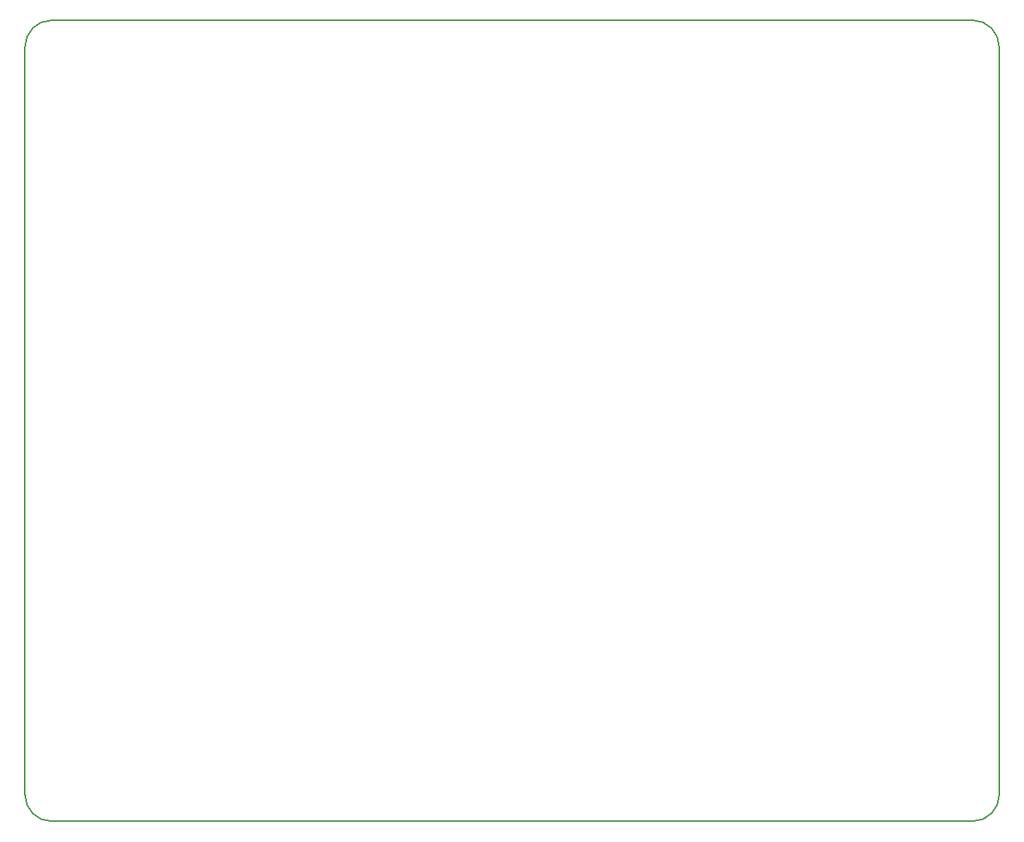
<source format=gbr>
%TF.GenerationSoftware,KiCad,Pcbnew,(6.0.4-0)*%
%TF.CreationDate,2022-07-27T10:05:43+02:00*%
%TF.ProjectId,wizza,77697a7a-612e-46b6-9963-61645f706362,v1.0.0*%
%TF.SameCoordinates,Original*%
%TF.FileFunction,Profile,NP*%
%FSLAX46Y46*%
G04 Gerber Fmt 4.6, Leading zero omitted, Abs format (unit mm)*
G04 Created by KiCad (PCBNEW (6.0.4-0)) date 2022-07-27 10:05:43*
%MOMM*%
%LPD*%
G01*
G04 APERTURE LIST*
%TA.AperFunction,Profile*%
%ADD10C,0.150000*%
%TD*%
G04 APERTURE END LIST*
D10*
X197803209Y-147196367D02*
X301990601Y-147196367D01*
X194803233Y-144196367D02*
G75*
G03*
X197803209Y-147196367I2999967J-33D01*
G01*
X197803209Y-56581422D02*
X301990601Y-56581422D01*
X301990601Y-147196301D02*
G75*
G03*
X304990601Y-144196367I99J2999901D01*
G01*
X194803209Y-144196367D02*
X194803209Y-59581422D01*
X304990601Y-144196367D02*
X304990601Y-59581422D01*
X304990578Y-59581422D02*
G75*
G03*
X301990601Y-56581422I-2999978J22D01*
G01*
X197803209Y-56581409D02*
G75*
G03*
X194803209Y-59581422I-9J-2999991D01*
G01*
M02*

</source>
